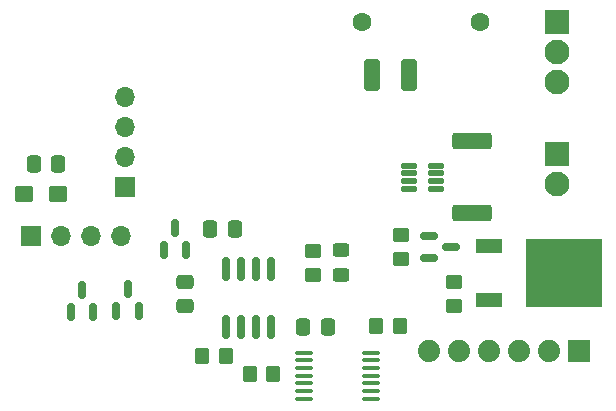
<source format=gbr>
%TF.GenerationSoftware,KiCad,Pcbnew,6.0.11-2627ca5db0~126~ubuntu22.04.1*%
%TF.CreationDate,2023-03-02T17:30:21-05:00*%
%TF.ProjectId,lin-peltier-control,6c696e2d-7065-46c7-9469-65722d636f6e,1.0*%
%TF.SameCoordinates,Original*%
%TF.FileFunction,Soldermask,Top*%
%TF.FilePolarity,Negative*%
%FSLAX46Y46*%
G04 Gerber Fmt 4.6, Leading zero omitted, Abs format (unit mm)*
G04 Created by KiCad (PCBNEW 6.0.11-2627ca5db0~126~ubuntu22.04.1) date 2023-03-02 17:30:21*
%MOMM*%
%LPD*%
G01*
G04 APERTURE LIST*
G04 Aperture macros list*
%AMRoundRect*
0 Rectangle with rounded corners*
0 $1 Rounding radius*
0 $2 $3 $4 $5 $6 $7 $8 $9 X,Y pos of 4 corners*
0 Add a 4 corners polygon primitive as box body*
4,1,4,$2,$3,$4,$5,$6,$7,$8,$9,$2,$3,0*
0 Add four circle primitives for the rounded corners*
1,1,$1+$1,$2,$3*
1,1,$1+$1,$4,$5*
1,1,$1+$1,$6,$7*
1,1,$1+$1,$8,$9*
0 Add four rect primitives between the rounded corners*
20,1,$1+$1,$2,$3,$4,$5,0*
20,1,$1+$1,$4,$5,$6,$7,0*
20,1,$1+$1,$6,$7,$8,$9,0*
20,1,$1+$1,$8,$9,$2,$3,0*%
G04 Aperture macros list end*
%ADD10C,1.879600*%
%ADD11R,1.879600X1.879600*%
%ADD12R,2.200000X1.200000*%
%ADD13R,6.400000X5.800000*%
%ADD14RoundRect,0.125000X0.537500X0.125000X-0.537500X0.125000X-0.537500X-0.125000X0.537500X-0.125000X0*%
%ADD15RoundRect,0.150000X0.150000X-0.587500X0.150000X0.587500X-0.150000X0.587500X-0.150000X-0.587500X0*%
%ADD16O,1.700000X1.700000*%
%ADD17R,1.700000X1.700000*%
%ADD18RoundRect,0.249999X-1.425001X0.450001X-1.425001X-0.450001X1.425001X-0.450001X1.425001X0.450001X0*%
%ADD19RoundRect,0.250000X0.337500X0.475000X-0.337500X0.475000X-0.337500X-0.475000X0.337500X-0.475000X0*%
%ADD20RoundRect,0.250000X-0.475000X0.337500X-0.475000X-0.337500X0.475000X-0.337500X0.475000X0.337500X0*%
%ADD21RoundRect,0.250000X0.537500X0.425000X-0.537500X0.425000X-0.537500X-0.425000X0.537500X-0.425000X0*%
%ADD22RoundRect,0.250000X-0.337500X-0.475000X0.337500X-0.475000X0.337500X0.475000X-0.337500X0.475000X0*%
%ADD23C,1.600000*%
%ADD24RoundRect,0.250000X0.450000X-0.350000X0.450000X0.350000X-0.450000X0.350000X-0.450000X-0.350000X0*%
%ADD25RoundRect,0.150000X0.150000X-0.825000X0.150000X0.825000X-0.150000X0.825000X-0.150000X-0.825000X0*%
%ADD26RoundRect,0.100000X-0.637500X-0.100000X0.637500X-0.100000X0.637500X0.100000X-0.637500X0.100000X0*%
%ADD27RoundRect,0.250000X-0.412500X-1.100000X0.412500X-1.100000X0.412500X1.100000X-0.412500X1.100000X0*%
%ADD28RoundRect,0.250000X-0.350000X-0.450000X0.350000X-0.450000X0.350000X0.450000X-0.350000X0.450000X0*%
%ADD29R,2.100000X2.100000*%
%ADD30C,2.100000*%
%ADD31RoundRect,0.250000X0.450000X-0.325000X0.450000X0.325000X-0.450000X0.325000X-0.450000X-0.325000X0*%
%ADD32RoundRect,0.150000X-0.587500X-0.150000X0.587500X-0.150000X0.587500X0.150000X-0.587500X0.150000X0*%
G04 APERTURE END LIST*
D10*
%TO.C,J1*%
X213820000Y-91800000D03*
X216360000Y-91800000D03*
X218900000Y-91800000D03*
X221440000Y-91800000D03*
X223980000Y-91800000D03*
D11*
X226520000Y-91800000D03*
%TD*%
D12*
%TO.C,Q4*%
X218975000Y-82970000D03*
D13*
X225275000Y-85250000D03*
D12*
X218975000Y-87530000D03*
%TD*%
D14*
%TO.C,U5*%
X214460000Y-78080000D03*
X214460000Y-77430000D03*
X214460000Y-76780000D03*
X214460000Y-76130000D03*
X212185000Y-76130000D03*
X212185000Y-76780000D03*
X212185000Y-77430000D03*
X212185000Y-78080000D03*
%TD*%
D15*
%TO.C,U4*%
X191400000Y-83305000D03*
X193300000Y-83305000D03*
X192350000Y-81430000D03*
%TD*%
D16*
%TO.C,U3*%
X188132300Y-70302600D03*
X188132300Y-72842600D03*
X188132300Y-75382600D03*
D17*
X188132300Y-77922600D03*
%TD*%
D18*
%TO.C,R11*%
X217540000Y-74060000D03*
X217540000Y-80160000D03*
%TD*%
D19*
%TO.C,C7*%
X182460000Y-75950000D03*
X180385000Y-75950000D03*
%TD*%
D20*
%TO.C,C6*%
X193220000Y-85960000D03*
X193220000Y-88035000D03*
%TD*%
D21*
%TO.C,C5*%
X182445000Y-78520000D03*
X179570000Y-78520000D03*
%TD*%
D22*
%TO.C,C3*%
X195350000Y-81480000D03*
X197425000Y-81480000D03*
%TD*%
D23*
%TO.C,F1*%
X218200000Y-63950000D03*
X208200000Y-63950000D03*
%TD*%
D24*
%TO.C,R21*%
X215980000Y-88010000D03*
X215980000Y-86010000D03*
%TD*%
D17*
%TO.C,J2*%
X180150000Y-82100000D03*
D16*
X182690000Y-82100000D03*
X185230000Y-82100000D03*
X187770000Y-82100000D03*
%TD*%
D25*
%TO.C,U1*%
X196670000Y-89800000D03*
X197940000Y-89800000D03*
X199210000Y-89800000D03*
X200480000Y-89800000D03*
X200480000Y-84850000D03*
X199210000Y-84850000D03*
X197940000Y-84850000D03*
X196670000Y-84850000D03*
%TD*%
D15*
%TO.C,Q1*%
X187400000Y-88475000D03*
X189300000Y-88475000D03*
X188350000Y-86600000D03*
%TD*%
D26*
%TO.C,U2*%
X203237500Y-91975000D03*
X203237500Y-92625000D03*
X203237500Y-93275000D03*
X203237500Y-93925000D03*
X203237500Y-94575000D03*
X203237500Y-95225000D03*
X203237500Y-95875000D03*
X208962500Y-95875000D03*
X208962500Y-95225000D03*
X208962500Y-94575000D03*
X208962500Y-93925000D03*
X208962500Y-93275000D03*
X208962500Y-92625000D03*
X208962500Y-91975000D03*
%TD*%
D27*
%TO.C,C4*%
X209007500Y-68440000D03*
X212132500Y-68440000D03*
%TD*%
D28*
%TO.C,R1*%
X194650000Y-92220000D03*
X196650000Y-92220000D03*
%TD*%
D19*
%TO.C,C1*%
X205300000Y-89775000D03*
X203225000Y-89775000D03*
%TD*%
D24*
%TO.C,R5*%
X204025000Y-85350000D03*
X204025000Y-83350000D03*
%TD*%
D28*
%TO.C,R19*%
X209400000Y-89675000D03*
X211400000Y-89675000D03*
%TD*%
D29*
%TO.C,J4*%
X224700000Y-75125000D03*
D30*
X224700000Y-77665000D03*
%TD*%
D31*
%TO.C,D1*%
X206450000Y-85350000D03*
X206450000Y-83300000D03*
%TD*%
D32*
%TO.C,Q3*%
X213875000Y-82050000D03*
X213875000Y-83950000D03*
X215750000Y-83000000D03*
%TD*%
D29*
%TO.C,J3*%
X224700000Y-64000000D03*
D30*
X224700000Y-66540000D03*
X224700000Y-69080000D03*
%TD*%
D24*
%TO.C,R20*%
X211525000Y-84025000D03*
X211525000Y-82025000D03*
%TD*%
D15*
%TO.C,Q2*%
X183550000Y-88525000D03*
X185450000Y-88525000D03*
X184500000Y-86650000D03*
%TD*%
D28*
%TO.C,R2*%
X198675000Y-93775000D03*
X200675000Y-93775000D03*
%TD*%
M02*

</source>
